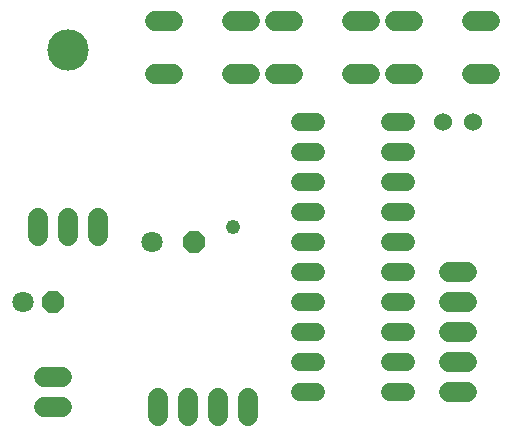
<source format=gbs>
G75*
%MOIN*%
%OFA0B0*%
%FSLAX24Y24*%
%IPPOS*%
%LPD*%
%AMOC8*
5,1,8,0,0,1.08239X$1,22.5*
%
%ADD10C,0.0600*%
%ADD11C,0.0680*%
%ADD12C,0.0674*%
%ADD13OC8,0.0710*%
%ADD14C,0.0710*%
%ADD15C,0.0600*%
%ADD16C,0.1380*%
%ADD17C,0.0480*%
D10*
X010420Y001682D02*
X010940Y001682D01*
X010940Y002682D02*
X010420Y002682D01*
X010420Y003682D02*
X010940Y003682D01*
X010940Y004682D02*
X010420Y004682D01*
X010420Y005682D02*
X010940Y005682D01*
X010940Y006682D02*
X010420Y006682D01*
X010420Y007682D02*
X010940Y007682D01*
X010940Y008682D02*
X010420Y008682D01*
X010420Y009682D02*
X010940Y009682D01*
X010940Y010682D02*
X010420Y010682D01*
X013420Y010682D02*
X013940Y010682D01*
X013940Y009682D02*
X013420Y009682D01*
X013420Y008682D02*
X013940Y008682D01*
X013940Y007682D02*
X013420Y007682D01*
X013420Y006682D02*
X013940Y006682D01*
X013940Y005682D02*
X013420Y005682D01*
X013420Y004682D02*
X013940Y004682D01*
X013940Y003682D02*
X013420Y003682D01*
X013420Y002682D02*
X013940Y002682D01*
X013940Y001682D02*
X013420Y001682D01*
D11*
X015380Y001680D02*
X015980Y001680D01*
X015980Y002680D02*
X015380Y002680D01*
X015380Y003680D02*
X015980Y003680D01*
X015980Y004680D02*
X015380Y004680D01*
X015380Y005680D02*
X015980Y005680D01*
X008680Y001480D02*
X008680Y000880D01*
X007680Y000880D02*
X007680Y001480D01*
X006680Y001480D02*
X006680Y000880D01*
X005680Y000880D02*
X005680Y001480D01*
X003680Y006880D02*
X003680Y007480D01*
X002680Y007480D02*
X002680Y006880D01*
X001680Y006880D02*
X001680Y007480D01*
X005600Y012290D02*
X006200Y012290D01*
X008160Y012290D02*
X008760Y012290D01*
X009600Y012290D02*
X010200Y012290D01*
X010200Y014070D02*
X009600Y014070D01*
X008760Y014070D02*
X008160Y014070D01*
X006200Y014070D02*
X005600Y014070D01*
X012160Y014070D02*
X012760Y014070D01*
X013600Y014070D02*
X014200Y014070D01*
X014200Y012290D02*
X013600Y012290D01*
X012760Y012290D02*
X012160Y012290D01*
X016160Y012290D02*
X016760Y012290D01*
X016760Y014070D02*
X016160Y014070D01*
D12*
X002477Y001180D02*
X001883Y001180D01*
X001883Y002180D02*
X002477Y002180D01*
D13*
X002180Y004680D03*
X006880Y006680D03*
D14*
X005480Y006680D03*
X001180Y004680D03*
D15*
X015180Y010680D03*
X016180Y010680D03*
D16*
X002680Y013080D03*
D17*
X008180Y007180D03*
M02*

</source>
